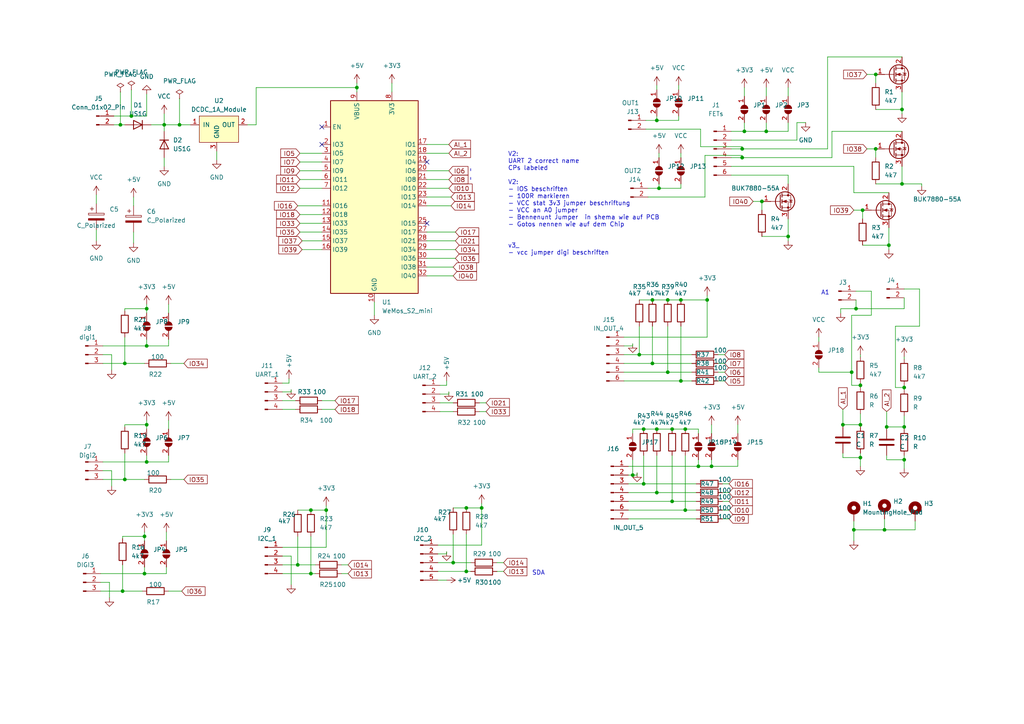
<source format=kicad_sch>
(kicad_sch (version 20250114) (generator "eeschema") (generator_version "9.0")
  (paper "A4")
  (title_block (title "Wemos S32 S2 Adapter") (date "2025-09-10") (rev "v2") (company "kipping engineering"))
  (text "V2:\nUART 2 correct name\nCPs labeled\n\nV2:\n- IOS beschriften\n- 100R markieren\n- VCC stat 3v3 jumper beschriftung\n- VCC an A0 jumper\n- Bennenunt Jumper  in shema wie auf PCB\n- Gotos nennen wie auf dem Chip\n\n\nv3_\n- vcc jumper digi beschriften\n" (at 147.32 74.168 0) (effects (font (size 1.27 1.27)) (justify left bottom)))
  (text "A1" (at 238.125 85.725 0) (effects (font (size 1.27 1.27)) (justify left bottom)))
  (text "SDA" (at 154.305 167.005 0) (effects (font (size 1.27 1.27)) (justify left bottom)))
  (junction (at 135.255 165.735))
  (junction (at 86.36 163.83))
  (junction (at 194.945 145.415))
  (junction (at 42.545 89.535))
  (junction (at 52.07 36.195))
  (junction (at 38.1 33.655))
  (junction (at 249.555 111.76))
  (junction (at 139.7 147.32))
  (junction (at 47.625 36.195))
  (junction (at 183.515 137.795))
  (junction (at 190.5 124.46))
  (junction (at 34.925 36.195))
  (junction (at 190.5 34.925))
  (junction (at 197.485 110.49))
  (junction (at 197.485 86.995))
  (junction (at 41.91 166.37))
  (junction (at 198.755 124.46))
  (junction (at 250.19 60.96))
  (junction (at 42.545 123.19))
  (junction (at 262.255 123.825))
  (junction (at 189.23 105.41))
  (junction (at 190.5 142.875))
  (junction (at 257.81 71.12))
  (junction (at 248.285 89.535))
  (junction (at 222.25 38.1))
  (junction (at 220.98 58.42))
  (junction (at 36.195 139.065))
  (junction (at 194.945 124.46))
  (junction (at 205.105 86.995))
  (junction (at 35.56 171.45))
  (junction (at 36.195 105.41))
  (junction (at 206.375 135.255))
  (junction (at 244.475 123.19))
  (junction (at 261.62 53.34))
  (junction (at 249.555 123.19))
  (junction (at 247.015 107.95))
  (junction (at 247.65 153.67))
  (junction (at 103.505 25.4))
  (junction (at 94.615 147.955))
  (junction (at 202.565 135.255))
  (junction (at 256.54 153.67))
  (junction (at 193.675 86.995))
  (junction (at 42.545 133.985))
  (junction (at 193.675 107.95))
  (junction (at 254 21.59))
  (junction (at 186.69 124.46))
  (junction (at 198.755 147.955))
  (junction (at 215.265 43.18))
  (junction (at 249.555 132.715))
  (junction (at 135.255 147.32))
  (junction (at 131.445 163.195))
  (junction (at 261.62 31.75))
  (junction (at 215.9 38.1))
  (junction (at 90.17 166.37))
  (junction (at 262.255 112.395))
  (junction (at 189.23 86.995))
  (junction (at 41.91 155.575))
  (junction (at 257.175 123.825))
  (junction (at 191.135 54.61))
  (junction (at 42.545 100.33))
  (junction (at 228.6 68.58))
  (junction (at 185.42 102.87))
  (junction (at 90.17 147.955))
  (junction (at 215.265 45.72))
  (junction (at 254 43.18))
  (junction (at 262.255 133.35))
  (junction (at 186.69 140.335))
  (no_connect (at 93.345 36.83))
  (no_connect (at 93.345 41.91))
  (no_connect (at 123.825 46.99))
  (no_connect (at 123.825 64.77))
  (wire (pts (xy 187.325 37.465) (xy 203.2 37.465)))
  (wire (pts (xy 261.62 26.67) (xy 261.62 31.75)))
  (wire (pts (xy 183.515 125.73) (xy 183.515 124.46)))
  (wire (pts (xy 33.02 36.195) (xy 34.925 36.195)))
  (wire (pts (xy 62.865 43.815) (xy 62.865 46.355)))
  (wire (pts (xy 244.475 132.715) (xy 249.555 132.715)))
  (wire (pts (xy 123.825 74.93) (xy 132.08 74.93)))
  (wire (pts (xy 187.325 34.925) (xy 190.5 34.925)))
  (wire (pts (xy 93.345 118.745) (xy 97.155 118.745)))
  (wire (pts (xy 197.485 53.34) (xy 197.485 54.61)))
  (wire (pts (xy 183.515 100.33) (xy 180.975 100.33)))
  (wire (pts (xy 240.03 16.51) (xy 261.62 16.51)))
  (wire (pts (xy 139.7 147.32) (xy 139.7 158.115)))
  (wire (pts (xy 244.475 123.19) (xy 244.475 118.745)))
  (wire (pts (xy 215.9 38.1) (xy 215.9 35.56)))
  (wire (pts (xy 36.195 89.535) (xy 42.545 89.535)))
  (wire (pts (xy 193.675 94.615) (xy 193.675 107.95)))
  (wire (pts (xy 48.895 98.425) (xy 48.895 100.33)))
  (wire (pts (xy 29.845 100.33) (xy 42.545 100.33)))
  (wire (pts (xy 190.5 124.46) (xy 194.945 124.46)))
  (wire (pts (xy 228.6 68.58) (xy 228.6 69.85)))
  (wire (pts (xy 99.06 166.37) (xy 100.965 166.37)))
  (wire (pts (xy 190.5 132.08) (xy 190.5 142.875)))
  (wire (pts (xy 130.175 114.3) (xy 127.635 114.3)))
  (wire (pts (xy 83.82 109.855) (xy 83.82 111.125)))
  (wire (pts (xy 197.485 110.49) (xy 200.66 110.49)))
  (wire (pts (xy 202.565 133.35) (xy 202.565 135.255)))
  (wire (pts (xy 249.555 111.125) (xy 249.555 111.76)))
  (wire (pts (xy 49.53 105.41) (xy 53.34 105.41)))
  (wire (pts (xy 186.69 140.335) (xy 201.93 140.335)))
  (wire (pts (xy 203.2 37.465) (xy 203.2 42.545)))
  (wire (pts (xy 36.195 97.79) (xy 36.195 105.41)))
  (wire (pts (xy 38.1 26.035) (xy 38.1 33.655)))
  (wire (pts (xy 193.675 107.95) (xy 200.66 107.95)))
  (wire (pts (xy 93.345 116.205) (xy 97.155 116.205)))
  (wire (pts (xy 86.995 49.53) (xy 93.345 49.53)))
  (wire (pts (xy 250.19 60.96) (xy 250.19 63.5)))
  (wire (pts (xy 94.615 146.685) (xy 94.615 147.955)))
  (wire (pts (xy 249.555 132.715) (xy 249.555 135.255)))
  (wire (pts (xy 127 165.735) (xy 135.255 165.735)))
  (wire (pts (xy 123.825 44.45) (xy 130.175 44.45)))
  (wire (pts (xy 209.55 147.955) (xy 211.455 147.955)))
  (wire (pts (xy 196.85 33.655) (xy 196.85 34.925)))
  (wire (pts (xy 262.255 132.08) (xy 262.255 133.35)))
  (wire (pts (xy 197.485 44.45) (xy 197.485 45.72)))
  (wire (pts (xy 244.475 131.445) (xy 244.475 132.715)))
  (wire (pts (xy 185.42 94.615) (xy 185.42 102.87)))
  (wire (pts (xy 48.26 166.37) (xy 41.91 166.37)))
  (wire (pts (xy 262.255 83.82) (xy 266.7 83.82)))
  (wire (pts (xy 48.895 88.265) (xy 48.895 90.805)))
  (wire (pts (xy 36.195 105.41) (xy 41.91 105.41)))
  (wire (pts (xy 130.81 59.69) (xy 123.825 59.69)))
  (wire (pts (xy 86.36 147.955) (xy 90.17 147.955)))
  (wire (pts (xy 182.245 142.875) (xy 190.5 142.875)))
  (wire (pts (xy 87.63 72.39) (xy 93.345 72.39)))
  (wire (pts (xy 197.485 54.61) (xy 191.135 54.61)))
  (wire (pts (xy 241.3 38.1) (xy 241.3 45.72)))
  (wire (pts (xy 254 21.59) (xy 254 24.13)))
  (wire (pts (xy 204.47 45.085) (xy 215.265 45.085)))
  (wire (pts (xy 180.975 107.95) (xy 193.675 107.95)))
  (wire (pts (xy 131.445 154.94) (xy 131.445 163.195)))
  (wire (pts (xy 29.21 166.37) (xy 41.91 166.37)))
  (wire (pts (xy 31.75 173.355) (xy 31.75 168.91)))
  (wire (pts (xy 257.81 66.04) (xy 257.81 71.12)))
  (wire (pts (xy 262.255 111.76) (xy 262.255 112.395)))
  (wire (pts (xy 131.445 147.32) (xy 135.255 147.32)))
  (wire (pts (xy 48.895 100.33) (xy 42.545 100.33)))
  (wire (pts (xy 90.17 147.955) (xy 94.615 147.955)))
  (wire (pts (xy 249.555 120.015) (xy 249.555 123.19)))
  (wire (pts (xy 247.015 111.76) (xy 249.555 111.76)))
  (wire (pts (xy 129.54 110.49) (xy 129.54 111.76)))
  (wire (pts (xy 222.25 38.1) (xy 228.6 38.1)))
  (wire (pts (xy 180.975 110.49) (xy 197.485 110.49)))
  (wire (pts (xy 123.825 67.31) (xy 132.08 67.31)))
  (wire (pts (xy 185.42 86.995) (xy 189.23 86.995)))
  (wire (pts (xy 29.845 105.41) (xy 36.195 105.41)))
  (wire (pts (xy 47.625 36.195) (xy 43.815 36.195)))
  (wire (pts (xy 205.105 97.79) (xy 180.975 97.79)))
  (wire (pts (xy 262.255 133.35) (xy 262.255 135.89)))
  (wire (pts (xy 139.065 119.38) (xy 140.97 119.38)))
  (wire (pts (xy 191.135 54.61) (xy 191.135 53.34)))
  (wire (pts (xy 251.46 43.18) (xy 254 43.18)))
  (wire (pts (xy 209.55 150.495) (xy 211.455 150.495)))
  (wire (pts (xy 215.265 45.085) (xy 215.265 45.72)))
  (wire (pts (xy 42.545 33.655) (xy 42.545 27.305)))
  (wire (pts (xy 261.62 48.26) (xy 261.62 53.34)))
  (wire (pts (xy 36.195 90.17) (xy 36.195 89.535)))
  (wire (pts (xy 247.65 48.26) (xy 247.65 55.88)))
  (wire (pts (xy 86.995 52.07) (xy 93.345 52.07)))
  (wire (pts (xy 52.07 36.195) (xy 55.245 36.195)))
  (wire (pts (xy 243.84 90.805) (xy 243.84 89.535)))
  (wire (pts (xy 86.995 67.31) (xy 93.345 67.31)))
  (wire (pts (xy 47.625 36.195) (xy 52.07 36.195)))
  (wire (pts (xy 183.515 124.46) (xy 186.69 124.46)))
  (wire (pts (xy 127.635 119.38) (xy 131.445 119.38)))
  (wire (pts (xy 86.36 59.69) (xy 93.345 59.69)))
  (wire (pts (xy 129.54 168.275) (xy 127 168.275)))
  (wire (pts (xy 202.565 135.255) (xy 182.245 135.255)))
  (wire (pts (xy 261.62 53.34) (xy 254 53.34)))
  (wire (pts (xy 35.56 155.575) (xy 41.91 155.575)))
  (wire (pts (xy 196.85 34.925) (xy 190.5 34.925)))
  (wire (pts (xy 90.17 155.575) (xy 90.17 166.37)))
  (wire (pts (xy 189.23 94.615) (xy 189.23 105.41)))
  (wire (pts (xy 228.6 68.58) (xy 220.98 68.58)))
  (wire (pts (xy 209.55 142.875) (xy 211.455 142.875)))
  (wire (pts (xy 131.445 163.195) (xy 136.525 163.195)))
  (wire (pts (xy 209.55 140.335) (xy 211.455 140.335)))
  (wire (pts (xy 32.385 107.315) (xy 32.385 102.87)))
  (wire (pts (xy 205.105 85.725) (xy 205.105 86.995)))
  (wire (pts (xy 262.255 103.505) (xy 262.255 104.14)))
  (wire (pts (xy 32.385 102.87) (xy 29.845 102.87)))
  (wire (pts (xy 41.91 155.575) (xy 41.91 156.845)))
  (wire (pts (xy 34.925 36.195) (xy 36.195 36.195)))
  (wire (pts (xy 38.735 57.15) (xy 38.735 59.69)))
  (wire (pts (xy 202.565 125.73) (xy 202.565 124.46)))
  (wire (pts (xy 222.25 35.56) (xy 222.25 38.1)))
  (wire (pts (xy 139.7 158.115) (xy 127 158.115)))
  (wire (pts (xy 71.755 36.195) (xy 74.295 36.195)))
  (wire (pts (xy 206.375 123.19) (xy 206.375 125.73)))
  (wire (pts (xy 218.44 58.42) (xy 220.98 58.42)))
  (wire (pts (xy 215.265 42.545) (xy 215.265 43.18)))
  (wire (pts (xy 191.135 44.45) (xy 191.135 45.72)))
  (wire (pts (xy 123.825 57.15) (xy 130.81 57.15)))
  (wire (pts (xy 42.545 100.33) (xy 42.545 98.425)))
  (wire (pts (xy 127.635 116.84) (xy 131.445 116.84)))
  (wire (pts (xy 182.245 145.415) (xy 194.945 145.415)))
  (wire (pts (xy 248.285 86.995) (xy 248.285 89.535)))
  (wire (pts (xy 252.73 84.455) (xy 252.73 91.44)))
  (wire (pts (xy 190.5 142.875) (xy 201.93 142.875)))
  (wire (pts (xy 84.455 169.545) (xy 84.455 161.29)))
  (wire (pts (xy 90.17 166.37) (xy 91.44 166.37)))
  (wire (pts (xy 237.49 106.68) (xy 237.49 107.95)))
  (wire (pts (xy 220.98 58.42) (xy 220.98 60.96)))
  (wire (pts (xy 182.245 140.335) (xy 186.69 140.335)))
  (wire (pts (xy 123.825 54.61) (xy 130.175 54.61)))
  (wire (pts (xy 212.09 40.64) (xy 231.14 40.64)))
  (wire (pts (xy 262.255 112.395) (xy 262.255 113.03)))
  (wire (pts (xy 252.73 91.44) (xy 247.015 91.44)))
  (wire (pts (xy 205.105 86.995) (xy 205.105 97.79)))
  (wire (pts (xy 262.255 120.65) (xy 262.255 123.825)))
  (wire (pts (xy 94.615 147.955) (xy 94.615 158.75)))
  (wire (pts (xy 183.515 133.35) (xy 183.515 137.795)))
  (wire (pts (xy 209.55 145.415) (xy 211.455 145.415)))
  (wire (pts (xy 206.375 133.35) (xy 206.375 135.255)))
  (wire (pts (xy 212.09 48.26) (xy 247.65 48.26)))
  (wire (pts (xy 99.06 163.83) (xy 100.965 163.83)))
  (wire (pts (xy 228.6 25.4) (xy 228.6 27.94)))
  (wire (pts (xy 215.9 38.1) (xy 222.25 38.1)))
  (wire (pts (xy 81.915 163.83) (xy 86.36 163.83)))
  (wire (pts (xy 103.505 25.4) (xy 103.505 26.67)))
  (wire (pts (xy 190.5 34.925) (xy 190.5 33.655)))
  (wire (pts (xy 208.28 105.41) (xy 210.185 105.41)))
  (wire (pts (xy 228.6 50.8) (xy 212.09 50.8)))
  (wire (pts (xy 35.56 156.21) (xy 35.56 155.575)))
  (wire (pts (xy 48.895 132.08) (xy 48.895 133.985)))
  (wire (pts (xy 182.245 150.495) (xy 201.93 150.495)))
  (wire (pts (xy 189.23 86.995) (xy 193.675 86.995)))
  (wire (pts (xy 247.65 151.13) (xy 247.65 153.67)))
  (wire (pts (xy 183.515 137.795) (xy 182.245 137.795)))
  (wire (pts (xy 42.545 88.265) (xy 42.545 89.535)))
  (wire (pts (xy 42.545 89.535) (xy 42.545 90.805)))
  (polyline (pts (xy 136.525 51.435) (xy 136.525 52.07)))
  (wire (pts (xy 189.23 105.41) (xy 200.66 105.41)))
  (wire (pts (xy 123.825 41.91) (xy 130.175 41.91)))
  (wire (pts (xy 83.82 111.125) (xy 81.915 111.125)))
  (wire (pts (xy 182.245 147.955) (xy 198.755 147.955)))
  (wire (pts (xy 135.255 147.32) (xy 139.7 147.32)))
  (wire (pts (xy 203.2 42.545) (xy 215.265 42.545)))
  (wire (pts (xy 190.5 24.765) (xy 190.5 26.035)))
  (wire (pts (xy 52.07 28.575) (xy 52.07 36.195)))
  (wire (pts (xy 74.295 25.4) (xy 103.505 25.4)))
  (wire (pts (xy 31.75 168.91) (xy 29.21 168.91)))
  (wire (pts (xy 144.145 165.735) (xy 146.05 165.735)))
  (wire (pts (xy 84.455 113.03) (xy 84.455 113.665)))
  (wire (pts (xy 249.555 102.87) (xy 249.555 103.505)))
  (wire (pts (xy 36.195 139.065) (xy 41.91 139.065)))
  (wire (pts (xy 244.475 123.19) (xy 249.555 123.19)))
  (wire (pts (xy 47.625 33.02) (xy 47.625 36.195)))
  (wire (pts (xy 81.915 116.205) (xy 85.725 116.205)))
  (wire (pts (xy 257.175 123.825) (xy 257.175 124.46)))
  (wire (pts (xy 35.56 171.45) (xy 41.275 171.45)))
  (wire (pts (xy 266.7 94.615) (xy 259.715 94.615)))
  (wire (pts (xy 144.145 163.195) (xy 146.05 163.195)))
  (wire (pts (xy 185.42 102.87) (xy 200.66 102.87)))
  (wire (pts (xy 261.62 31.75) (xy 254 31.75)))
  (wire (pts (xy 248.285 84.455) (xy 252.73 84.455)))
  (wire (pts (xy 213.995 123.19) (xy 213.995 125.73)))
  (wire (pts (xy 48.895 171.45) (xy 52.705 171.45)))
  (wire (pts (xy 127 163.195) (xy 131.445 163.195)))
  (wire (pts (xy 262.255 86.36) (xy 262.255 89.535)))
  (wire (pts (xy 29.845 133.985) (xy 42.545 133.985)))
  (wire (pts (xy 215.265 45.72) (xy 212.09 45.72)))
  (wire (pts (xy 240.03 43.18) (xy 240.03 16.51)))
  (wire (pts (xy 259.715 112.395) (xy 262.255 112.395)))
  (wire (pts (xy 42.545 133.985) (xy 42.545 132.08)))
  (wire (pts (xy 247.65 60.96) (xy 250.19 60.96)))
  (wire (pts (xy 247.015 91.44) (xy 247.015 107.95)))
  (wire (pts (xy 249.555 131.445) (xy 249.555 132.715)))
  (wire (pts (xy 206.375 135.255) (xy 202.565 135.255)))
  (wire (pts (xy 36.195 131.445) (xy 36.195 139.065)))
  (wire (pts (xy 33.02 33.655) (xy 38.1 33.655)))
  (wire (pts (xy 206.375 135.255) (xy 213.995 135.255)))
  (wire (pts (xy 204.47 57.15) (xy 204.47 45.085)))
  (wire (pts (xy 196.85 24.765) (xy 196.85 26.035)))
  (wire (pts (xy 237.49 107.95) (xy 247.015 107.95)))
  (wire (pts (xy 257.81 71.12) (xy 257.81 72.39)))
  (wire (pts (xy 29.21 171.45) (xy 35.56 171.45)))
  (wire (pts (xy 36.195 123.19) (xy 42.545 123.19)))
  (wire (pts (xy 123.825 52.07) (xy 130.175 52.07)))
  (wire (pts (xy 228.6 63.5) (xy 228.6 68.58)))
  (wire (pts (xy 208.28 107.95) (xy 210.185 107.95)))
  (wire (pts (xy 197.485 86.995) (xy 205.105 86.995)))
  (wire (pts (xy 267.335 53.34) (xy 261.62 53.34)))
  (wire (pts (xy 139.7 146.05) (xy 139.7 147.32)))
  (wire (pts (xy 256.54 153.67) (xy 247.65 153.67)))
  (wire (pts (xy 47.625 45.72) (xy 47.625 48.26)))
  (wire (pts (xy 180.975 105.41) (xy 189.23 105.41)))
  (wire (pts (xy 123.825 69.85) (xy 132.08 69.85)))
  (wire (pts (xy 247.65 153.67) (xy 247.65 156.845)))
  (wire (pts (xy 257.175 123.825) (xy 257.175 119.38)))
  (wire (pts (xy 129.54 111.76) (xy 127.635 111.76)))
  (wire (pts (xy 193.675 86.995) (xy 197.485 86.995)))
  (wire (pts (xy 32.385 136.525) (xy 29.845 136.525)))
  (wire (pts (xy 257.175 132.08) (xy 257.175 133.35)))
  (wire (pts (xy 139.065 116.84) (xy 140.97 116.84)))
  (wire (pts (xy 29.845 139.065) (xy 36.195 139.065)))
  (wire (pts (xy 222.25 25.4) (xy 222.25 27.94)))
  (wire (pts (xy 233.68 35.56) (xy 231.14 35.56)))
  (wire (pts (xy 86.36 163.83) (xy 91.44 163.83)))
  (wire (pts (xy 247.015 107.95) (xy 247.015 111.76)))
  (wire (pts (xy 86.995 44.45) (xy 93.345 44.45)))
  (wire (pts (xy 34.925 26.67) (xy 34.925 36.195)))
  (wire (pts (xy 180.975 102.87) (xy 185.42 102.87)))
  (wire (pts (xy 135.255 165.735) (xy 136.525 165.735)))
  (wire (pts (xy 194.945 124.46) (xy 198.755 124.46)))
  (wire (pts (xy 208.28 102.87) (xy 210.185 102.87)))
  (wire (pts (xy 228.6 53.34) (xy 228.6 50.8)))
  (wire (pts (xy 42.545 123.19) (xy 42.545 124.46)))
  (wire (pts (xy 231.14 35.56) (xy 231.14 40.64)))
  (wire (pts (xy 41.91 166.37) (xy 41.91 164.465)))
  (wire (pts (xy 262.255 123.825) (xy 262.255 124.46)))
  (wire (pts (xy 81.915 166.37) (xy 90.17 166.37)))
  (polyline (pts (xy 136.525 48.895) (xy 136.525 49.53)))
  (wire (pts (xy 130.175 113.665) (xy 130.175 114.3)))
  (wire (pts (xy 198.755 132.08) (xy 198.755 147.955)))
  (wire (pts (xy 213.995 133.35) (xy 213.995 135.255)))
  (wire (pts (xy 197.485 94.615) (xy 197.485 110.49)))
  (wire (pts (xy 74.295 36.195) (xy 74.295 25.4)))
  (wire (pts (xy 265.43 151.13) (xy 265.43 153.67)))
  (wire (pts (xy 94.615 158.75) (xy 81.915 158.75)))
  (wire (pts (xy 215.9 25.4) (xy 215.9 27.94)))
  (wire (pts (xy 186.69 124.46) (xy 190.5 124.46)))
  (wire (pts (xy 86.995 54.61) (xy 93.345 54.61)))
  (wire (pts (xy 27.94 66.675) (xy 27.94 69.85)))
  (wire (pts (xy 48.26 154.305) (xy 48.26 156.845)))
  (wire (pts (xy 81.915 118.745) (xy 85.725 118.745)))
  (wire (pts (xy 86.995 64.77) (xy 93.345 64.77)))
  (wire (pts (xy 202.565 124.46) (xy 198.755 124.46)))
  (wire (pts (xy 48.895 121.92) (xy 48.895 124.46)))
  (wire (pts (xy 249.555 123.19) (xy 249.555 123.825)))
  (wire (pts (xy 184.785 137.795) (xy 183.515 137.795)))
  (wire (pts (xy 187.96 54.61) (xy 191.135 54.61)))
  (wire (pts (xy 212.09 38.1) (xy 215.9 38.1)))
  (wire (pts (xy 113.665 24.13) (xy 113.665 26.67)))
  (wire (pts (xy 123.825 80.01) (xy 131.445 80.01)))
  (wire (pts (xy 257.81 71.12) (xy 250.19 71.12)))
  (wire (pts (xy 36.195 123.825) (xy 36.195 123.19)))
  (wire (pts (xy 41.91 154.305) (xy 41.91 155.575)))
  (wire (pts (xy 237.49 97.79) (xy 237.49 99.06)))
  (wire (pts (xy 261.62 38.1) (xy 241.3 38.1)))
  (wire (pts (xy 262.255 89.535) (xy 248.285 89.535)))
  (wire (pts (xy 135.255 154.94) (xy 135.255 165.735)))
  (wire (pts (xy 212.09 43.18) (xy 215.265 43.18)))
  (wire (pts (xy 123.825 49.53) (xy 130.175 49.53)))
  (wire (pts (xy 35.56 163.83) (xy 35.56 171.45)))
  (wire (pts (xy 198.755 147.955) (xy 201.93 147.955)))
  (wire (pts (xy 266.7 83.82) (xy 266.7 94.615)))
  (wire (pts (xy 38.735 67.31) (xy 38.735 70.485)))
  (wire (pts (xy 32.385 140.97) (xy 32.385 136.525)))
  (wire (pts (xy 183.515 99.695) (xy 183.515 100.33)))
  (wire (pts (xy 256.54 150.495) (xy 256.54 153.67)))
  (wire (pts (xy 87.63 69.85) (xy 93.345 69.85)))
  (wire (pts (xy 108.585 87.63) (xy 108.585 91.44)))
  (wire (pts (xy 249.555 111.76) (xy 249.555 112.395)))
  (wire (pts (xy 86.36 155.575) (xy 86.36 163.83)))
  (wire (pts (xy 129.54 160.655) (xy 127 160.655)))
  (wire (pts (xy 257.175 123.825) (xy 262.255 123.825)))
  (wire (pts (xy 123.825 72.39) (xy 132.08 72.39)))
  (wire (pts (xy 265.43 153.67) (xy 256.54 153.67)))
  (wire (pts (xy 38.1 33.655) (xy 42.545 33.655)))
  (wire (pts (xy 86.995 46.99) (xy 93.345 46.99)))
  (wire (pts (xy 84.455 113.665) (xy 81.915 113.665)))
  (wire (pts (xy 247.65 55.88) (xy 257.81 55.88)))
  (wire (pts (xy 257.175 133.35) (xy 262.255 133.35)))
  (wire (pts (xy 186.69 132.08) (xy 186.69 140.335)))
  (wire (pts (xy 27.94 56.515) (xy 27.94 59.055)))
  (wire (pts (xy 184.785 137.16) (xy 184.785 137.795)))
  (wire (pts (xy 194.945 132.08) (xy 194.945 145.415)))
  (wire (pts (xy 267.335 53.34) (xy 267.335 53.975)))
  (wire (pts (xy 254 43.18) (xy 254 45.72)))
  (wire (pts (xy 49.53 139.065) (xy 53.34 139.065)))
  (wire (pts (xy 243.84 89.535) (xy 248.285 89.535)))
  (wire (pts (xy 48.895 133.985) (xy 42.545 133.985)))
  (wire (pts (xy 228.6 35.56) (xy 228.6 38.1)))
  (wire (pts (xy 123.825 77.47) (xy 131.445 77.47)))
  (wire (pts (xy 194.945 145.415) (xy 201.93 145.415)))
  (wire (pts (xy 48.26 164.465) (xy 48.26 166.37)))
  (wire (pts (xy 47.625 38.1) (xy 47.625 36.195)))
  (wire (pts (xy 251.46 21.59) (xy 254 21.59)))
  (wire (pts (xy 187.96 57.15) (xy 204.47 57.15)))
  (wire (pts (xy 261.62 31.75) (xy 261.62 33.02)))
  (wire (pts (xy 215.265 43.18) (xy 240.03 43.18)))
  (wire (pts (xy 86.995 62.23) (xy 93.345 62.23)))
  (wire (pts (xy 241.3 45.72) (xy 215.265 45.72)))
  (wire (pts (xy 208.28 110.49) (xy 210.185 110.49)))
  (wire (pts (xy 84.455 161.29) (xy 81.915 161.29)))
  (wire (pts (xy 259.715 94.615) (xy 259.715 112.395)))
  (wire (pts (xy 103.505 24.13) (xy 103.505 25.4)))
  (wire (pts (xy 244.475 123.19) (xy 244.475 123.825)))
  (wire (pts (xy 42.545 121.92) (xy 42.545 123.19)))
  (wire (pts (xy 129.54 160.02) (xy 129.54 160.655)))
  (global_label "IO33" (shape input) (at 140.97 119.38 0) (property "Intersheetrefs" "${INTERSHEET_REFS}" (effects (hide yes))))
  (global_label "IO5" (shape input) (at 210.185 110.49 0) (property "Intersheetrefs" "${INTERSHEET_REFS}" (effects (hide yes))))
  (global_label "IO9" (shape input) (at 211.455 150.495 0) (property "Intersheetrefs" "${INTERSHEET_REFS}" (effects (hide yes))))
  (global_label "AI_1" (shape input) (at 130.175 41.91 0) (property "Intersheetrefs" "${INTERSHEET_REFS}" (effects (hide yes))))
  (global_label "IO35" (shape input) (at 86.995 67.31 180) (property "Intersheetrefs" "${INTERSHEET_REFS}" (effects (hide yes))))
  (global_label "AI_1" (shape input) (at 244.475 118.745 90) (property "Intersheetrefs" "${INTERSHEET_REFS}" (effects (hide yes))))
  (global_label "IO40" (shape input) (at 218.44 58.42 180) (property "Intersheetrefs" "${INTERSHEET_REFS}" (effects (hide yes))))
  (global_label "IO6" (shape input) (at 210.185 107.95 0) (property "Intersheetrefs" "${INTERSHEET_REFS}" (effects (hide yes))))
  (global_label "IO35" (shape input) (at 53.34 139.065 0) (property "Intersheetrefs" "${INTERSHEET_REFS}" (effects (hide yes))))
  (global_label "IO5" (shape input) (at 86.995 44.45 180) (property "Intersheetrefs" "${INTERSHEET_REFS}" (effects (hide yes))))
  (global_label "IO8" (shape input) (at 130.175 52.07 0) (property "Intersheetrefs" "${INTERSHEET_REFS}" (effects (hide yes))))
  (global_label "IO34" (shape input) (at 53.34 105.41 0) (property "Intersheetrefs" "${INTERSHEET_REFS}" (effects (hide yes))))
  (global_label "IO16" (shape input) (at 86.36 59.69 180) (property "Intersheetrefs" "${INTERSHEET_REFS}" (effects (hide yes))))
  (global_label "IO13" (shape input) (at 146.05 165.735 0) (property "Intersheetrefs" "${INTERSHEET_REFS}" (effects (hide yes))))
  (global_label "IO8" (shape input) (at 210.185 102.87 0) (property "Intersheetrefs" "${INTERSHEET_REFS}" (effects (hide yes))))
  (global_label "IO14" (shape input) (at 100.965 163.83 0) (property "Intersheetrefs" "${INTERSHEET_REFS}" (effects (hide yes))))
  (global_label "IO21" (shape input) (at 132.08 69.85 0) (property "Intersheetrefs" "${INTERSHEET_REFS}" (effects (hide yes))))
  (global_label "IO33" (shape input) (at 86.995 64.77 180) (property "Intersheetrefs" "${INTERSHEET_REFS}" (effects (hide yes))))
  (global_label "IO17" (shape input) (at 132.08 67.31 0) (property "Intersheetrefs" "${INTERSHEET_REFS}" (effects (hide yes))))
  (global_label "IO18" (shape input) (at 97.155 118.745 0) (property "Intersheetrefs" "${INTERSHEET_REFS}" (effects (hide yes))))
  (global_label "IO14" (shape input) (at 130.81 59.69 0) (property "Intersheetrefs" "${INTERSHEET_REFS}" (effects (hide yes))))
  (global_label "IO39" (shape input) (at 247.65 60.96 180) (property "Intersheetrefs" "${INTERSHEET_REFS}" (effects (hide yes))))
  (global_label "IO40" (shape input) (at 131.445 80.01 0) (property "Intersheetrefs" "${INTERSHEET_REFS}" (effects (hide yes))))
  (global_label "IO38" (shape input) (at 131.445 77.47 0) (property "Intersheetrefs" "${INTERSHEET_REFS}" (effects (hide yes))))
  (global_label "IO11" (shape input) (at 211.455 145.415 0) (property "Intersheetrefs" "${INTERSHEET_REFS}" (effects (hide yes))))
  (global_label "IO7" (shape input) (at 210.185 105.41 0) (property "Intersheetrefs" "${INTERSHEET_REFS}" (effects (hide yes))))
  (global_label "IO16" (shape input) (at 211.455 140.335 0) (property "Intersheetrefs" "${INTERSHEET_REFS}" (effects (hide yes))))
  (global_label "IO36" (shape input) (at 52.705 171.45 0) (property "Intersheetrefs" "${INTERSHEET_REFS}" (effects (hide yes))))
  (global_label "IO10" (shape input) (at 130.175 54.61 0) (property "Intersheetrefs" "${INTERSHEET_REFS}" (effects (hide yes))))
  (global_label "IO9" (shape input) (at 86.995 49.53 180) (property "Intersheetrefs" "${INTERSHEET_REFS}" (effects (hide yes))))
  (global_label "IO17" (shape input) (at 97.155 116.205 0) (property "Intersheetrefs" "${INTERSHEET_REFS}" (effects (hide yes))))
  (global_label "IO18" (shape input) (at 86.995 62.23 180) (property "Intersheetrefs" "${INTERSHEET_REFS}" (effects (hide yes))))
  (global_label "IO39" (shape input) (at 87.63 72.39 180) (property "Intersheetrefs" "${INTERSHEET_REFS}" (effects (hide yes))))
  (global_label "IO38" (shape input) (at 251.46 43.18 180) (property "Intersheetrefs" "${INTERSHEET_REFS}" (effects (hide yes))))
  (global_label "IO7" (shape input) (at 86.995 46.99 180) (property "Intersheetrefs" "${INTERSHEET_REFS}" (effects (hide yes))))
  (global_label "IO11" (shape input) (at 86.995 52.07 180) (property "Intersheetrefs" "${INTERSHEET_REFS}" (effects (hide yes))))
  (global_label "IO14" (shape input) (at 146.05 163.195 0) (property "Intersheetrefs" "${INTERSHEET_REFS}" (effects (hide yes))))
  (global_label "IO10" (shape input) (at 211.455 147.955 0) (property "Intersheetrefs" "${INTERSHEET_REFS}" (effects (hide yes))))
  (global_label "AI_2" (shape input) (at 257.175 119.38 90) (property "Intersheetrefs" "${INTERSHEET_REFS}" (effects (hide yes))))
  (global_label "IO37" (shape input) (at 87.63 69.85 180) (property "Intersheetrefs" "${INTERSHEET_REFS}" (effects (hide yes))))
  (global_label "AI_2" (shape input) (at 130.175 44.45 0) (property "Intersheetrefs" "${INTERSHEET_REFS}" (effects (hide yes))))
  (global_label "IO21" (shape input) (at 140.97 116.84 0) (property "Intersheetrefs" "${INTERSHEET_REFS}" (effects (hide yes))))
  (global_label "IO12" (shape input) (at 86.995 54.61 180) (property "Intersheetrefs" "${INTERSHEET_REFS}" (effects (hide yes))))
  (global_label "IO6" (shape input) (at 130.175 49.53 0) (property "Intersheetrefs" "${INTERSHEET_REFS}" (effects (hide yes))))
  (global_label "IO34" (shape input) (at 132.08 72.39 0) (property "Intersheetrefs" "${INTERSHEET_REFS}" (effects (hide yes))))
  (global_label "IO36" (shape input) (at 132.08 74.93 0) (property "Intersheetrefs" "${INTERSHEET_REFS}" (effects (hide yes))))
  (global_label "IO12" (shape input) (at 211.455 142.875 0) (property "Intersheetrefs" "${INTERSHEET_REFS}" (effects (hide yes))))
  (global_label "IO13" (shape input) (at 130.81 57.15 0) (property "Intersheetrefs" "${INTERSHEET_REFS}" (effects (hide yes))))
  (global_label "IO37" (shape input) (at 251.46 21.59 180) (property "Intersheetrefs" "${INTERSHEET_REFS}" (effects (hide yes))))
  (global_label "IO13" (shape input) (at 100.965 166.37 0) (property "Intersheetrefs" "${INTERSHEET_REFS}" (effects (hide yes))))
  (symbol (lib_id "Mechanical:MountingHole_Pad") (at 247.65 148.59 0) (unit 1)
    (property "Reference" "H1" (at 250.19 146.05 0) (effects (justify left)))
    (property "Value" "MountingHole_Pad" (at 250.19 148.59 0) (effects (justify left)))
    (property "Footprint" "MountingHole:MountingHole_3.5mm_Pad_Via" (effects (hide yes)))
  )
  (symbol (lib_id "jk_passive:R") (at 45.72 139.065 90) (unit 1)
    (property "Reference" "R20" (at 45.085 142.24 90))
    (property "Value" "100" (at 44.45 137.16 90))
    (property "Footprint" "jk_passive:R_0805_2012Metric_Pad1.20x1.40mm_HandSolder" (effects (hide yes)))
  )
  (symbol (lib_id "jk_passive:R") (at 189.23 90.805 0) (unit 1)
    (property "Reference" "R36" (at 187.325 82.55 0) (effects (justify left)))
    (property "Value" "4k7" (at 187.325 85.09 0) (effects (justify left)))
    (property "Footprint" "jk_passive:R_0805_2012Metric_Pad1.20x1.40mm_HandSolder" (effects (hide yes)))
  )
  (symbol (lib_id "jk_passive:R") (at 198.755 128.27 0) (unit 1)
    (property "Reference" "R46" (at 196.85 120.015 0) (effects (justify left)))
    (property "Value" "4k7" (at 196.85 122.555 0) (effects (justify left)))
    (property "Footprint" "jk_passive:R_0805_2012Metric_Pad1.20x1.40mm_HandSolder" (effects (hide yes)))
  )
  (symbol (lib_id "Transistor_FET:BUK7880-55A") (at 255.27 60.96 0) (unit 1)
    (property "Reference" "Q3" (effects (hide yes)))
    (property "Value" "BUK7880-55A" (at 264.795 57.785 0) (effects (justify left)))
    (property "Footprint" "Package_TO_SOT_SMD:SOT-223-3_TabPin2" (effects (hide yes)))
    (property "Datasheet" "https://assets.nexperia.com/documents/data-sheet/BUK7880-55A.pdf" (effects (hide yes)))
  )
  (symbol (lib_id "power:GND") (at 47.625 48.26 0) (unit 1)
    (property "Reference" "#PWR022" (effects (hide yes)))
    (property "Value" "GND" (at 47.625 53.34 0))
  )
  (symbol (lib_id "power:GND") (at 183.515 99.695 0) (unit 1)
    (property "Reference" "#PWR045" (effects (hide yes)))
    (property "Value" "GND" (effects (hide yes)))
  )
  (symbol (lib_id "power:PWR_FLAG") (at 52.07 28.575 0) (unit 1)
    (property "Reference" "#FLG03" (effects (hide yes)))
    (property "Value" "PWR_FLAG" (at 52.07 23.495 0))
  )
  (symbol (lib_id "power:+5V") (at 103.505 24.13 0) (unit 1)
    (property "Reference" "#PWR09" (effects (hide yes)))
    (property "Value" "+5V" (at 103.505 19.05 0))
  )
  (symbol (lib_id "power:GND") (at 267.335 53.975 0) (unit 1)
    (property "Reference" "#PWR06" (effects (hide yes)))
    (property "Value" "GND" (effects (hide yes)))
  )
  (symbol (lib_id "power:VCC") (at 47.625 33.02 0) (unit 1)
    (property "Reference" "#PWR016" (effects (hide yes)))
    (property "Value" "VCC" (at 47.625 27.94 0))
  )
  (symbol (lib_id "jk_passive:US1G") (at 40.005 36.195 180) (unit 1)
    (property "Reference" "D1" (at 40.005 30.48 0))
    (property "Value" "US1G" (at 40.005 33.02 0))
    (property "Footprint" "jk_passive:D_SMA_Handsoldering" (effects (hide yes)))
    (property "Datasheet" "https://www.diodes.com/assets/Datasheets/ds16008.pdf" (effects (hide yes)))
    (property "Sim.Device" "D" (effects (hide yes)))
    (property "Sim.Pins" "1=K 2=A" (effects (hide yes)))
  )
  (symbol (lib_id "jk_passive:R") (at 36.195 127.635 0) (unit 1)
    (property "Reference" "R19" (at 38.735 126.365 0) (effects (justify left)))
    (property "Value" "4k7" (at 38.735 128.905 0) (effects (justify left)))
    (property "Footprint" "jk_passive:R_0805_2012Metric_Pad1.20x1.40mm_HandSolder" (effects (hide yes)))
  )
  (symbol (lib_id "Jumper:SolderJumper_2_Open") (at 191.135 49.53 270) (unit 1)
    (property "Reference" "JP12" (at 193.675 48.26 90) (effects (justify left)))
    (property "Value" "5V" (effects (hide yes)))
    (property "Footprint" "jk_conn:SolderJumper-2_P1.3mm_Open_TrianglePad1.0x1.5mm" (effects (hide yes)))
  )
  (symbol (lib_id "jk_passive:R") (at 45.085 171.45 90) (unit 1)
    (property "Reference" "R17" (at 44.45 174.625 90))
    (property "Value" "100" (at 45.085 169.545 90))
    (property "Footprint" "jk_passive:R_0805_2012Metric_Pad1.20x1.40mm_HandSolder" (effects (hide yes)))
  )
  (symbol (lib_id "power:+3V3") (at 94.615 146.685 0) (unit 1)
    (property "Reference" "#PWR033" (effects (hide yes)))
    (property "Value" "+3V3" (at 94.615 141.605 0))
  )
  (symbol (lib_id "jk_passive:R") (at 249.555 127.635 0) (unit 1)
    (property "Reference" "R7" (at 252.095 126.365 0) (effects (justify left)))
    (property "Value" "R" (at 252.095 128.905 0) (effects (justify left)))
    (property "Footprint" "jk_passive:R_0805_2012Metric_Pad1.20x1.40mm_HandSolder" (effects (hide yes)))
  )
  (symbol (lib_id "jk_passive:R") (at 262.255 128.27 0) (unit 1)
    (property "Reference" "R10" (at 264.795 127 0) (effects (justify left)))
    (property "Value" "R" (at 264.795 129.54 0) (effects (justify left)))
    (property "Footprint" "jk_passive:R_0805_2012Metric_Pad1.20x1.40mm_HandSolder" (effects (hide yes)))
  )
  (symbol (lib_id "power:+3V3") (at 41.91 154.305 0) (unit 1)
    (property "Reference" "#PWR024" (effects (hide yes)))
    (property "Value" "+3V3" (at 41.91 149.225 0))
  )
  (symbol (lib_id "power:+3V3") (at 206.375 123.19 0) (unit 1)
    (property "Reference" "#PWR048" (effects (hide yes)))
    (property "Value" "+3V3" (at 206.375 118.11 0))
  )
  (symbol (lib_id "power:+5V") (at 129.54 110.49 0) (unit 1)
    (property "Reference" "#PWR039" (effects (hide yes)))
    (property "Value" "+5V" (at 129.54 105.41 90))
  )
  (symbol (lib_id "Mechanical:MountingHole_Pad") (at 256.54 147.955 0) (unit 1)
    (property "Reference" "H2" (at 259.08 145.415 0) (effects (justify left)))
    (property "Value" "MountingHole_Pad" (effects (hide yes)))
    (property "Footprint" "MountingHole:MountingHole_3.5mm_Pad_Via" (effects (hide yes)))
  )
  (symbol (lib_id "jk_passive:R") (at 197.485 90.805 0) (unit 1)
    (property "Reference" "R40" (at 195.58 82.55 0) (effects (justify left)))
    (property "Value" "4k7" (at 195.58 85.09 0) (effects (justify left)))
    (property "Footprint" "jk_passive:R_0805_2012Metric_Pad1.20x1.40mm_HandSolder" (effects (hide yes)))
  )
  (symbol (lib_id "Jumper:SolderJumper_2_Open") (at 42.545 128.27 270) (unit 1)
    (property "Reference" "JP6" (at 45.085 127 90) (effects (justify left)))
    (property "Value" "3V3" (effects (hide yes)))
    (property "Footprint" "jk_conn:SolderJumper-2_P1.3mm_Open_TrianglePad1.0x1.5mm" (effects (hide yes)))
  )
  (symbol (lib_id "Jumper:SolderJumper_2_Open") (at 190.5 29.845 270) (unit 1)
    (property "Reference" "JP10" (at 193.04 28.575 90) (effects (justify left)))
    (property "Value" "5V" (effects (hide yes)))
    (property "Footprint" "jk_conn:SolderJumper-2_P1.3mm_Open_TrianglePad1.0x1.5mm" (effects (hide yes)))
  )
  (symbol (lib_id "Mechanical:MountingHole_Pad") (at 265.43 148.59 0) (unit 1)
    (property "Reference" "H3" (at 267.97 146.05 0) (effects (justify left)))
    (property "Value" "MountingHole_Pad" (effects (hide yes)))
    (property "Footprint" "MountingHole:MountingHole_3.5mm_Pad_Via" (effects (hide yes)))
  )
  (symbol (lib_id "Jumper:SolderJumper_2_Open") (at 48.895 128.27 270) (unit 1)
    (property "Reference" "JP7" (at 51.435 127 90) (effects (justify left)))
    (property "Value" "5V" (effects (hide yes)))
    (property "Footprint" "jk_conn:SolderJumper-2_P1.3mm_Open_TrianglePad1.0x1.5mm" (effects (hide yes)))
  )
  (symbol (lib_id "power:+5V") (at 38.735 57.15 0) (unit 1)
    (property "Reference" "#PWR049" (effects (hide yes)))
    (property "Value" "+5V" (at 38.735 52.07 0))
  )
  (symbol (lib_id "power:GND") (at 257.81 72.39 0) (unit 1)
    (property "Reference" "#PWR010" (effects (hide yes)))
    (property "Value" "GND" (effects (hide yes)))
  )
  (symbol (lib_id "Jumper:SolderJumper_2_Open") (at 228.6 31.75 270) (unit 1)
    (property "Reference" "JP3" (at 231.14 30.48 90) (effects (justify left)))
    (property "Value" "VCC" (effects (hide yes)))
    (property "Footprint" "jk_conn:SolderJumper-2_P1.3mm_Open_TrianglePad1.0x1.5mm" (effects (hide yes)))
  )
  (symbol (lib_id "power:+5V") (at 191.135 44.45 0) (unit 1)
    (property "Reference" "#PWR043" (effects (hide yes)))
    (property "Value" "+5V" (at 191.135 39.37 0))
  )
  (symbol (lib_id "jk_passive:R") (at 135.255 151.13 0) (unit 1)
    (property "Reference" "R28" (at 137.795 149.86 0) (effects (justify left)))
    (property "Value" "4k7" (at 137.795 152.4 0) (effects (justify left)))
    (property "Footprint" "jk_passive:R_0805_2012Metric_Pad1.20x1.40mm_HandSolder" (effects (hide yes)))
  )
  (symbol (lib_id "jk_passive:R") (at 249.555 116.205 0) (unit 1)
    (property "Reference" "R6" (at 252.095 114.935 0) (effects (justify left)))
    (property "Value" "R" (at 252.095 117.475 0) (effects (justify left)))
    (property "Footprint" "jk_passive:R_0805_2012Metric_Pad1.20x1.40mm_HandSolder" (effects (hide yes)))
  )
  (symbol (lib_id "jk_passive:R") (at 262.255 107.95 0) (unit 1)
    (property "Reference" "R8" (at 264.795 106.68 0) (effects (justify left)))
    (property "Value" "4k7" (at 264.795 109.22 0) (effects (justify left)))
    (property "Footprint" "jk_passive:R_0805_2012Metric_Pad1.20x1.40mm_HandSolder" (effects (hide yes)))
  )
  (symbol (lib_id "Transistor_FET:BUK7880-55A") (at 226.06 58.42 0) (unit 1)
    (property "Reference" "Q4" (effects (hide yes)))
    (property "Value" "BUK7880-55A" (at 212.09 54.61 0) (effects (justify left)))
    (property "Footprint" "Package_TO_SOT_SMD:SOT-223-3_TabPin2" (effects (hide yes)))
    (property "Datasheet" "https://assets.nexperia.com/documents/data-sheet/BUK7880-55A.pdf" (effects (hide yes)))
  )
  (symbol (lib_id "Transistor_FET:BUK7880-55A") (at 259.08 21.59 0) (unit 1)
    (property "Reference" "Q1" (effects (hide yes)))
    (property "Value" "BUK7880-55A" (effects (hide yes)))
    (property "Footprint" "Package_TO_SOT_SMD:SOT-223-3_TabPin2" (effects (hide yes)))
    (property "Datasheet" "https://assets.nexperia.com/documents/data-sheet/BUK7880-55A.pdf" (effects (hide yes)))
  )
  (symbol (lib_id "jk_passive:R") (at 135.255 116.84 90) (unit 1)
    (property "Reference" "R31" (at 133.985 114.3 90))
    (property "Value" "100" (at 138.43 114.3 90))
    (property "Footprint" "jk_passive:R_0805_2012Metric_Pad1.20x1.40mm_HandSolder" (effects (hide yes)))
  )
  (symbol (lib_id "Connector:Conn_01x07_Pin") (at 177.165 142.875 0) (unit 1)
    (property "Reference" "J16" (at 177.8 130.175 0))
    (property "Value" "IN_OUT_5" (at 182.245 153.035 0))
    (property "Footprint" "jk_conn:JST_XH_B7B-XH-A_1x07_P2.50mm_Vertical" (effects (hide yes)))
  )
  (symbol (lib_id "jk_passive:C") (at 257.175 128.27 0) (unit 1)
    (property "Reference" "C2" (at 260.985 127 0) (effects (justify left)))
    (property "Value" "C" (at 260.985 129.54 0) (effects (justify left)))
    (property "Footprint" "jk_passive:C_0805_2012Metric_Pad1.18x1.45mm_HandSolder" (effects (hide yes)))
  )
  (symbol (lib_id "jk_passive:R") (at 205.74 145.415 90) (unit 1)
    (property "Reference" "R49" (at 205.105 145.415 90))
    (property "Value" "100" (at 210.185 144.145 90))
    (property "Footprint" "jk_passive:R_0805_2012Metric_Pad1.20x1.40mm_HandSolder" (effects (hide yes)))
  )
  (symbol (lib_id "power:+5V") (at 48.895 88.265 0) (unit 1)
    (property "Reference" "#PWR031" (effects (hide yes)))
    (property "Value" "+5V" (at 48.895 83.185 0))
  )
  (symbol (lib_id "Jumper:SolderJumper_2_Open") (at 196.85 29.845 270) (unit 1)
    (property "Reference" "JP11" (at 199.39 28.575 90) (effects (justify left)))
    (property "Value" "SolderJumper_2_Open" (effects (hide yes)))
    (property "Footprint" "jk_conn:SolderJumper-2_P1.3mm_Open_TrianglePad1.0x1.5mm" (effects (hide yes)))
  )
  (symbol (lib_id "Jumper:SolderJumper_2_Open") (at 42.545 94.615 270) (unit 1)
    (property "Reference" "JP8" (at 45.085 93.345 90) (effects (justify left)))
    (property "Value" "3V3" (effects (hide yes)))
    (property "Footprint" "jk_conn:SolderJumper-2_P1.3mm_Open_TrianglePad1.0x1.5mm" (effects (hide yes)))
  )
  (symbol (lib_id "Connector:Conn_01x02_Pin") (at 243.205 84.455 0) (unit 1)
    (property "Reference" "J3" (at 244.475 81.915 0))
    (property "Value" "A0" (effects (hide yes)))
    (property "Footprint" "jk_conn:JST_XH_B2B-XH-A_1x02_P2.50mm_Vertical" (effects (hide yes)))
  )
  (symbol (lib_id "jk_passive:R") (at 36.195 93.98 0) (unit 1)
    (property "Reference" "R21" (at 38.735 92.71 0) (effects (justify left)))
    (property "Value" "4k7" (at 38.735 95.25 0) (effects (justify left)))
    (property "Footprint" "jk_passive:R_0805_2012Metric_Pad1.20x1.40mm_HandSolder" (effects (hide yes)))
  )
  (symbol (lib_id "jk_passive:R") (at 140.335 165.735 90) (unit 1)
    (property "Reference" "R30" (at 139.7 168.91 90))
    (property "Value" "100" (at 143.51 168.91 90))
    (property "Footprint" "jk_passive:R_0805_2012Metric_Pad1.20x1.40mm_HandSolder" (effects (hide yes)))
  )
  (symbol (lib_id "Connector:Conn_01x03_Pin") (at 24.765 136.525 0) (unit 1)
    (property "Reference" "J7" (at 25.4 129.54 0))
    (property "Value" "Digi2" (at 25.4 132.08 0))
    (property "Footprint" "jk_conn:JST_XH_B3B-XH-A_1x03_P2.50mm_Vertical" (effects (hide yes)))
  )
  (symbol (lib_id "jk_passive:R") (at 204.47 102.87 90) (unit 1)
    (property "Reference" "R37" (at 203.835 102.87 90))
    (property "Value" "100" (at 208.915 101.6 90))
    (property "Footprint" "jk_passive:R_0805_2012Metric_Pad1.20x1.40mm_HandSolder" (effects (hide yes)))
  )
  (symbol (lib_id "power:+3V3") (at 139.7 146.05 0) (unit 1)
    (property "Reference" "#PWR035" (effects (hide yes)))
    (property "Value" "+3V3" (at 139.7 140.97 0))
  )
  (symbol (lib_id "power:GND") (at 249.555 135.255 0) (unit 1)
    (property "Reference" "#PWR012" (effects (hide yes)))
    (property "Value" "GND" (effects (hide yes)))
  )
  (symbol (lib_id "Connector:Conn_01x04_Pin") (at 76.835 161.29 0) (unit 1)
    (property "Reference" "J9" (at 77.47 153.67 0))
    (property "Value" "I2C_1" (at 77.47 156.21 0))
    (property "Footprint" "jk_conn:JST_XH_B4B-XH-A_1x04_P2.50mm_Vertical" (effects (hide yes)))
  )
  (symbol (lib_id "jk_modules:WeMos_S2_mini") (at 108.585 57.15 0) (unit 1)
    (property "Reference" "U1" (at 110.7791 87.63 0) (effects (justify left)))
    (property "Value" "WeMos_S2_mini" (at 110.7791 90.17 0) (effects (justify left)))
    (property "Footprint" "jk_modules:WEMOS_S2_mini" (effects (hide yes)))
    (property "Datasheet" "https://www.wemos.cc/en/latest/s2/s2_mini.html" (effects (hide yes)))
  )
  (symbol (lib_id "jk_passive:R") (at 45.72 105.41 90) (unit 1)
    (property "Reference" "R22" (at 45.085 108.585 90))
    (property "Value" "100" (at 45.72 103.505 90))
    (property "Footprint" "jk_passive:R_0805_2012Metric_Pad1.20x1.40mm_HandSolder" (effects (hide yes)))
  )
  (symbol (lib_id "Jumper:SolderJumper_2_Open") (at 41.91 160.655 270) (unit 1)
    (property "Reference" "JP4" (at 44.45 159.385 90) (effects (justify left)))
    (property "Value" "3V3" (effects (hide yes)))
    (property "Footprint" "jk_conn:SolderJumper-2_P1.3mm_Open_TrianglePad1.0x1.5mm" (effects (hide yes)))
  )
  (symbol (lib_id "power:GND") (at 228.6 69.85 0) (unit 1)
    (property "Reference" "#PWR011" (effects (hide yes)))
    (property "Value" "GND" (effects (hide yes)))
  )
  (symbol (lib_id "jk_passive:R") (at 254 27.94 0) (unit 1)
    (property "Reference" "R1" (at 256.54 26.67 0) (effects (justify left)))
    (property "Value" "4k7" (at 256.54 29.21 0) (effects (justify left)))
    (property "Footprint" "jk_passive:R_0805_2012Metric_Pad1.20x1.40mm_HandSolder" (effects (hide yes)))
  )
  (symbol (lib_id "Connector:Conn_01x02_Pin") (at 182.245 34.925 0) (unit 1)
    (property "Reference" "J13" (at 183.515 32.385 0))
    (property "Value" "OUT1" (at 182.88 29.845 0))
    (property "Footprint" "jk_conn:JST_XH_B2B-XH-A_1x02_P2.50mm_Vertical" (effects (hide yes)))
  )
  (symbol (lib_id "Jumper:SolderJumper_2_Open") (at 48.895 94.615 270) (unit 1)
    (property "Reference" "JP9" (at 51.435 93.345 90) (effects (justify left)))
    (property "Value" "5V" (effects (hide yes)))
    (property "Footprint" "jk_conn:SolderJumper-2_P1.3mm_Open_TrianglePad1.0x1.5mm" (effects (hide yes)))
  )
  (symbol (lib_id "jk_passive:US1G") (at 47.625 41.91 270) (unit 1)
    (property "Reference" "D2" (at 50.165 40.64 90) (effects (justify left)))
    (property "Value" "US1G" (at 50.165 43.18 90) (effects (justify left)))
    (property "Footprint" "jk_passive:D_SMA_Handsoldering" (effects (hide yes)))
    (property "Datasheet" "https://www.diodes.com/assets/Datasheets/ds16008.pdf" (effects (hide yes)))
    (property "Sim.Device" "D" (effects (hide yes)))
    (property "Sim.Pins" "1=K 2=A" (effects (hide yes)))
  )
  (symbol (lib_id "power:GND") (at 31.75 173.355 0) (unit 1)
    (property "Reference" "#PWR023" (effects (hide yes)))
    (property "Value" "GND" (effects (hide yes)))
  )
  (symbol (lib_id "power:+5V") (at 129.54 168.275 270) (unit 1)
    (property "Reference" "#PWR036" (effects (hide yes)))
    (property "Value" "+5V" (at 134.62 168.275 90))
  )
  (symbol (lib_id "Jumper:SolderJumper_2_Open") (at 215.9 31.75 270) (unit 1)
    (property "Reference" "JP1" (at 218.44 30.48 90) (effects (justify left)))
    (property "Value" "3V3" (effects (hide yes)))
    (property "Footprint" "jk_conn:SolderJumper-2_P1.3mm_Open_TrianglePad1.0x1.5mm" (effects (hide yes)))
  )
  (symbol (lib_id "jk_passive:R") (at 193.675 90.805 0) (unit 1)
    (property "Reference" "R39" (at 191.77 83.185 0) (effects (justify left)))
    (property "Value" "4k7" (at 190.5 85.09 0) (effects (justify left)))
    (property "Footprint" "jk_passive:R_0805_2012Metric_Pad1.20x1.40mm_HandSolder" (effects (hide yes)))
  )
  (symbol (lib_id "Connector:Conn_01x02_Pin") (at 27.94 33.655 0) (unit 1)
    (property "Reference" "J5" (at 28.575 28.575 0))
    (property "Value" "Conn_01x02_Pin" (at 28.575 31.115 0))
    (property "Footprint" "jk_conn:AMASS_XT30U-M_1x02_P5.0mm_Vertical" (effects (hide yes)))
  )
  (symbol (lib_id "power:+5V") (at 190.5 24.765 0) (unit 1)
    (property "Reference" "#PWR041" (effects (hide yes)))
    (property "Value" "+5V" (at 190.5 19.685 0))
  )
  (symbol (lib_id "power:GND") (at 129.54 160.02 0) (unit 1)
    (property "Reference" "#PWR034" (effects (hide yes)))
    (property "Value" "GND" (effects (hide yes)))
  )
  (symbol (lib_id "jk_passive:R") (at 205.74 140.335 90) (unit 1)
    (property "Reference" "R47" (at 205.105 140.335 90))
    (property "Value" "100" (at 210.185 139.065 90))
    (property "Footprint" "jk_passive:R_0805_2012Metric_Pad1.20x1.40mm_HandSolder" (effects (hide yes)))
  )
  (symbol (lib_id "jk_passive:R") (at 95.25 163.83 90) (unit 1)
    (property "Reference" "R24" (at 93.98 161.29 90))
    (property "Value" "100" (at 98.425 161.29 90))
    (property "Footprint" "jk_passive:R_0805_2012Metric_Pad1.20x1.40mm_HandSolder" (effects (hide yes)))
  )
  (symbol (lib_id "jk_passive:R") (at 194.945 128.27 0) (unit 1)
    (property "Reference" "R45" (at 193.04 120.65 0) (effects (justify left)))
    (property "Value" "4k7" (at 191.77 122.555 0) (effects (justify left)))
    (property "Footprint" "jk_passive:R_0805_2012Metric_Pad1.20x1.40mm_HandSolder" (effects (hide yes)))
  )
  (symbol (lib_id "power:GND") (at 233.68 35.56 0) (unit 1)
    (property "Reference" "#PWR05" (effects (hide yes)))
    (property "Value" "GND" (at 233.68 40.64 0))
  )
  (symbol (lib_id "jk_passive:R") (at 186.69 128.27 0) (unit 1)
    (property "Reference" "R43" (at 184.785 120.65 0) (effects (justify left)))
    (property "Value" "4k7" (at 183.515 122.555 0) (effects (justify left)))
    (property "Footprint" "jk_passive:R_0805_2012Metric_Pad1.20x1.40mm_HandSolder" (effects (hide yes)))
  )
  (symbol (lib_id "power:GND") (at 108.585 91.44 0) (unit 1)
    (property "Reference" "#PWR02" (effects (hide yes)))
    (property "Value" "GND" (at 108.585 96.52 0))
  )
  (symbol (lib_id "jk_passive:R") (at 140.335 163.195 90) (unit 1)
    (property "Reference" "R29" (at 139.065 160.655 90))
    (property "Value" "100" (at 143.51 160.655 90))
    (property "Footprint" "jk_passive:R_0805_2012Metric_Pad1.20x1.40mm_HandSolder" (effects (hide yes)))
  )
  (symbol (lib_id "power:GND") (at 38.735 70.485 0) (unit 1)
    (property "Reference" "#PWR053" (effects (hide yes)))
    (property "Value" "GND" (at 38.735 75.565 0))
  )
  (symbol (lib_id "jk_passive:R") (at 135.255 119.38 90) (unit 1)
    (property "Reference" "R32" (at 134.62 122.555 90))
    (property "Value" "100" (at 139.065 122.555 90))
    (property "Footprint" "jk_passive:R_0805_2012Metric_Pad1.20x1.40mm_HandSolder" (effects (hide yes)))
  )
  (symbol (lib_id "power:+5V") (at 48.895 121.92 0) (unit 1)
    (property "Reference" "#PWR028" (effects (hide yes)))
    (property "Value" "+5V" (at 48.895 116.84 0))
  )
  (symbol (lib_id "power:GND") (at 84.455 169.545 0) (unit 1)
    (property "Reference" "#PWR032" (effects (hide yes)))
    (property "Value" "GND" (effects (hide yes)))
  )
  (symbol (lib_id "jk_passive:R") (at 89.535 118.745 90) (unit 1)
    (property "Reference" "R34" (at 88.9 121.92 90))
    (property "Value" "100" (at 94.615 121.92 90))
    (property "Footprint" "jk_passive:R_0805_2012Metric_Pad1.20x1.40mm_HandSolder" (effects (hide yes)))
  )
  (symbol (lib_id "power:GND") (at 261.62 33.02 0) (unit 1)
    (property "Reference" "#PWR01" (effects (hide yes)))
    (property "Value" "GND" (effects (hide yes)))
  )
  (symbol (lib_id "power:GND") (at 32.385 140.97 0) (unit 1)
    (property "Reference" "#PWR026" (effects (hide yes)))
    (property "Value" "GND" (effects (hide yes)))
  )
  (symbol (lib_id "Jumper:SolderJumper_2_Open") (at 48.26 160.655 270) (unit 1)
    (property "Reference" "JP5" (at 50.8 159.385 90) (effects (justify left)))
    (property "Value" "5V" (effects (hide yes)))
    (property "Footprint" "jk_conn:SolderJumper-2_P1.3mm_Open_TrianglePad1.0x1.5mm" (effects (hide yes)))
  )
  (symbol (lib_id "power:PWR_FLAG") (at 38.1 26.035 0) (unit 1)
    (property "Reference" "#FLG02" (effects (hide yes)))
    (property "Value" "PWR_FLAG" (at 38.1 20.955 0))
  )
  (symbol (lib_id "power:+3V3") (at 205.105 85.725 0) (unit 1)
    (property "Reference" "#PWR046" (effects (hide yes)))
    (property "Value" "+3V3" (at 205.105 80.645 0))
  )
  (symbol (lib_id "Connector:Conn_01x06_Pin") (at 207.01 43.18 0) (unit 1)
    (property "Reference" "J1" (at 207.645 30.48 0))
    (property "Value" "FETs" (at 207.645 33.02 0))
    (property "Footprint" "jk_conn:JST_XH_B6B-XH-A_1x06_P2.50mm_Vertical" (effects (hide yes)))
  )
  (symbol (lib_id "jk_passive:R") (at 204.47 105.41 90) (unit 1)
    (property "Reference" "R38" (at 203.835 105.41 90))
    (property "Value" "100" (at 208.915 104.775 90))
    (property "Footprint" "jk_passive:R_0805_2012Metric_Pad1.20x1.40mm_HandSolder" (effects (hide yes)))
  )
  (symbol (lib_id "power:GND") (at 184.785 137.16 0) (unit 1)
    (property "Reference" "#PWR047" (effects (hide yes)))
    (property "Value" "GND" (effects (hide yes)))
  )
  (symbol (lib_id "Jumper:SolderJumper_2_Open") (at 213.995 129.54 270) (unit 1)
    (property "Reference" "JP15" (at 216.535 128.27 90) (effects (justify left)))
    (property "Value" "5V" (effects (hide yes)))
    (property "Footprint" "jk_conn:SolderJumper-2_P1.3mm_Open_TrianglePad1.0x1.5mm" (effects (hide yes)))
  )
  (symbol (lib_id "power:GND") (at 84.455 113.03 0) (unit 1)
    (property "Reference" "#PWR037" (effects (hide yes)))
    (property "Value" "GND" (effects (hide yes)))
  )
  (symbol (lib_id "power:GND") (at 243.84 90.805 0) (unit 1)
    (property "Reference" "#PWR020" (effects (hide yes)))
    (property "Value" "GND" (effects (hide yes)))
  )
  (symbol (lib_id "Device:C_Polarized") (at 38.735 63.5 0) (unit 1)
    (property "Reference" "C6" (at 42.545 61.341 0) (effects (justify left)))
    (property "Value" "C_Polarized" (at 42.545 63.881 0) (effects (justify left)))
    (property "Footprint" "Capacitor_THT:CP_Radial_D10.0mm_P3.80mm" (effects (hide yes)))
  )
  (symbol (lib_id "Transistor_FET:BUK7880-55A") (at 259.08 43.18 0) (unit 1)
    (property "Reference" "Q2" (effects (hide yes)))
    (property "Value" "BUK7880-55A" (effects (hide yes)))
    (property "Footprint" "Package_TO_SOT_SMD:SOT-223-3_TabPin2" (effects (hide yes)))
    (property "Datasheet" "https://assets.nexperia.com/documents/data-sheet/BUK7880-55A.pdf" (effects (hide yes)))
  )
  (symbol (lib_id "jk_modules:DCDC_1A_Module") (at 62.865 43.815 0) (unit 1)
    (property "Reference" "U2" (at 63.5 29.21 0))
    (property "Value" "DCDC_1A_Module" (at 63.5 31.75 0))
    (property "Footprint" "jk_modules:DCDC_1A_module_bonded" (effects (hide yes)))
  )
  (symbol (lib_id "jk_passive:R") (at 89.535 116.205 90) (unit 1)
    (property "Reference" "R33" (at 88.265 113.665 90))
    (property "Value" "100" (at 92.71 113.665 90))
    (property "Footprint" "jk_passive:R_0805_2012Metric_Pad1.20x1.40mm_HandSolder" (effects (hide yes)))
  )
  (symbol (lib_id "jk_passive:R") (at 95.25 166.37 90) (unit 1)
    (property "Reference" "R25" (at 94.615 169.545 90))
    (property "Value" "100" (at 98.425 169.545 90))
    (property "Footprint" "jk_passive:R_0805_2012Metric_Pad1.20x1.40mm_HandSolder" (effects (hide yes)))
  )
  (symbol (lib_id "Connector:Conn_01x03_Pin") (at 24.765 102.87 0) (unit 1)
    (property "Reference" "J8" (at 25.4 95.25 0))
    (property "Value" "digi1" (at 25.4 97.79 0))
    (property "Footprint" "jk_conn:JST_XH_B3B-XH-A_1x03_P2.50mm_Vertical" (effects (hide yes)))
  )
  (symbol (lib_id "Jumper:SolderJumper_2_Open") (at 197.485 49.53 270) (unit 1)
    (property "Reference" "JP13" (at 200.025 48.26 90) (effects (justify left)))
    (property "Value" "VCC" (effects (hide yes)))
    (property "Footprint" "jk_conn:SolderJumper-2_P1.3mm_Open_TrianglePad1.0x1.5mm" (effects (hide yes)))
  )
  (symbol (lib_id "jk_passive:R") (at 249.555 107.315 0) (unit 1)
    (property "Reference" "R5" (at 252.095 106.045 0) (effects (justify left)))
    (property "Value" "4k7" (at 252.095 108.585 0) (effects (justify left)))
    (property "Footprint" "jk_passive:R_0805_2012Metric_Pad1.20x1.40mm_HandSolder" (effects (hide yes)))
  )
  (symbol (lib_id "Connector:Conn_01x02_Pin") (at 182.88 54.61 0) (unit 1)
    (property "Reference" "J14" (at 184.15 52.07 0))
    (property "Value" "OUT2" (at 183.515 49.53 0))
    (property "Footprint" "jk_conn:JST_XH_B2B-XH-A_1x02_P2.50mm_Vertical" (effects (hide yes)))
  )
  (symbol (lib_id "power:VCC") (at 228.6 25.4 0) (unit 1)
    (property "Reference" "#PWR08" (effects (hide yes)))
    (property "Value" "VCC" (at 228.6 20.32 0))
  )
  (symbol (lib_id "Jumper:SolderJumper_2_Open") (at 183.515 129.54 270) (unit 1)
    (property "Reference" "JP17" (at 186.055 128.27 90) (effects (justify left)))
    (property "Value" "GND" (effects (hide yes)))
    (property "Footprint" "jk_conn:SolderJumper-2_P1.3mm_Open_TrianglePad1.0x1.5mm" (effects (hide yes)))
  )
  (symbol (lib_id "power:VCC") (at 237.49 97.79 0) (unit 1)
    (property "Reference" "#PWR018" (effects (hide yes)))
    (property "Value" "VCC" (at 237.49 92.71 0))
  )
  (symbol (lib_id "Connector:Conn_01x06_Pin") (at 175.895 102.87 0) (unit 1)
    (property "Reference" "J15" (at 176.53 92.71 0))
    (property "Value" "IN_OUT_4" (at 176.53 95.25 0))
    (property "Footprint" "jk_conn:JST_XH_B6B-XH-A_1x06_P2.50mm_Vertical" (effects (hide yes)))
  )
  (symbol (lib_id "power:+3V3") (at 113.665 24.13 0) (unit 1)
    (property "Reference" "#PWR03" (effects (hide yes)))
    (property "Value" "+3V3" (at 113.665 19.05 0))
  )
  (symbol (lib_id "power:+3V3") (at 42.545 88.265 0) (unit 1)
    (property "Reference" "#PWR030" (effects (hide yes)))
    (property "Value" "+3V3" (at 42.545 83.185 0))
  )
  (symbol (lib_id "Connector:Conn_01x04_Pin") (at 122.555 114.3 0) (unit 1)
    (property "Reference" "J12" (at 123.19 106.68 0))
    (property "Value" "UART_2" (at 123.19 109.22 0))
    (property "Footprint" "jk_conn:JST_XH_B4B-XH-A_1x04_P2.50mm_Vertical" (effects (hide yes)))
  )
  (symbol (lib_id "power:GND") (at 130.175 113.665 0) (unit 1)
    (property "Reference" "#PWR040" (effects (hide yes)))
    (property "Value" "GND" (effects (hide yes)))
  )
  (symbol (lib_id "jk_passive:C") (at 244.475 127.635 0) (unit 1)
    (property "Reference" "C1" (at 248.285 126.365 0) (effects (justify left)))
    (property "Value" "C" (at 248.285 128.905 0) (effects (justify left)))
    (property "Footprint" "jk_passive:C_0805_2012Metric_Pad1.18x1.45mm_HandSolder" (effects (hide yes)))
  )
  (symbol (lib_id "power:GND") (at 247.65 156.845 0) (unit 1)
    (property "Reference" "#PWR017" (effects (hide yes)))
    (property "Value" "GND" (effects (hide yes)))
  )
  (symbol (lib_id "power:+3V3") (at 215.9 25.4 0) (unit 1)
    (property "Reference" "#PWR04" (effects (hide yes)))
    (property "Value" "+3V3" (at 215.9 20.32 0))
  )
  (symbol (lib_id "Jumper:SolderJumper_2_Open") (at 237.49 102.87 270) (unit 1)
    (property "Reference" "JP18" (at 240.03 101.6 90) (effects (justify left)))
    (property "Value" "VCC" (effects (hide yes)))
    (property "Footprint" "jk_conn:SolderJumper-2_P1.3mm_Open_TrianglePad1.0x1.5mm" (effects (hide yes)))
  )
  (symbol (lib_id "jk_passive:R") (at 204.47 107.95 90) (unit 1)
    (property "Reference" "R41" (at 203.835 107.95 90))
    (property "Value" "100" (at 208.915 106.68 90))
    (property "Footprint" "jk_passive:R_0805_2012Metric_Pad1.20x1.40mm_HandSolder" (effects (hide yes)))
  )
  (symbol (lib_id "Connector:Conn_01x02_Pin") (at 257.175 83.82 0) (unit 1)
    (property "Reference" "J4" (at 258.445 81.28 0))
    (property "Value" "A1" (effects (hide yes)))
    (property "Footprint" "jk_conn:JST_XH_B2B-XH-A_1x02_P2.50mm_Vertical" (effects (hide yes)))
  )
  (symbol (lib_id "power:PWR_FLAG") (at 34.925 26.67 0) (unit 1)
    (property "Reference" "#FLG01" (effects (hide yes)))
    (property "Value" "PWR_FLAG" (at 34.925 21.59 0))
  )
  (symbol (lib_id "Jumper:SolderJumper_2_Open") (at 222.25 31.75 270) (unit 1)
    (property "Reference" "JP2" (at 224.79 30.48 90) (effects (justify left)))
    (property "Value" "5V" (effects (hide yes)))
    (property "Footprint" "jk_conn:SolderJumper-2_P1.3mm_Open_TrianglePad1.0x1.5mm" (effects (hide yes)))
  )
  (symbol (lib_id "jk_passive:R") (at 254 49.53 0) (unit 1)
    (property "Reference" "R2" (at 256.54 48.26 0) (effects (justify left)))
    (property "Value" "4k7" (at 256.54 50.8 0) (effects (justify left)))
    (property "Footprint" "jk_passive:R_0805_2012Metric_Pad1.20x1.40mm_HandSolder" (effects (hide yes)))
  )
  (symbol (lib_id "jk_passive:R") (at 131.445 151.13 0) (unit 1)
    (property "Reference" "R27" (at 127 148.59 0) (effects (justify left)))
    (property "Value" "4k7" (at 125.73 150.495 0) (effects (justify left)))
    (property "Footprint" "jk_passive:R_0805_2012Metric_Pad1.20x1.40mm_HandSolder" (effects (hide yes)))
  )
  (symbol (lib_id "power:+5V") (at 213.995 123.19 0) (unit 1)
    (property "Reference" "#PWR050" (effects (hide yes)))
    (property "Value" "+5V" (at 213.995 118.11 0))
  )
  (symbol (lib_id "jk_passive:R") (at 205.74 147.955 90) (unit 1)
    (property "Reference" "R50" (at 205.105 147.955 90))
    (property "Value" "100" (at 210.185 147.32 90))
    (property "Footprint" "jk_passive:R_0805_2012Metric_Pad1.20x1.40mm_HandSolder" (effects (hide yes)))
  )
  (symbol (lib_id "jk_passive:R") (at 205.74 142.875 90) (unit 1)
    (property "Reference" "R48" (at 205.105 142.875 90))
    (property "Value" "100" (at 210.185 142.24 90))
    (property "Footprint" "jk_passive:R_0805_2012Metric_Pad1.20x1.40mm_HandSolder" (effects (hide yes)))
  )
  (symbol (lib_id "jk_passive:R") (at 185.42 90.805 0) (unit 1)
    (property "Reference" "R35" (at 183.515 83.185 0) (effects (justify left)))
    (property "Value" "4k7" (at 182.245 85.09 0) (effects (justify left)))
    (property "Footprint" "jk_passive:R_0805_2012Metric_Pad1.20x1.40mm_HandSolder" (effects (hide yes)))
  )
  (symbol (lib_id "power:+5V") (at 48.26 154.305 0) (unit 1)
    (property "Reference" "#PWR025" (effects (hide yes)))
    (property "Value" "+5V" (at 48.26 149.225 0))
  )
  (symbol (lib_id "power:GND") (at 42.545 27.305 180) (unit 1)
    (property "Reference" "#PWR021" (effects (hide yes)))
    (property "Value" "GND" (at 42.545 22.225 0))
  )
  (symbol (lib_id "jk_passive:R") (at 35.56 160.02 0) (unit 1)
    (property "Reference" "R18" (at 38.1 158.75 0) (effects (justify left)))
    (property "Value" "4k7" (at 38.1 161.29 0) (effects (justify left)))
    (property "Footprint" "jk_passive:R_0805_2012Metric_Pad1.20x1.40mm_HandSolder" (effects (hide yes)))
  )
  (symbol (lib_id "power:GND") (at 27.94 69.85 0) (unit 1)
    (property "Reference" "#PWR052" (effects (hide yes)))
    (property "Value" "GND" (at 27.94 74.93 0))
  )
  (symbol (lib_id "Jumper:SolderJumper_2_Open") (at 206.375 129.54 270) (unit 1)
    (property "Reference" "JP14" (at 208.915 128.27 90) (effects (justify left)))
    (property "Value" "3V3" (effects (hide yes)))
    (property "Footprint" "jk_conn:SolderJumper-2_P1.3mm_Open_TrianglePad1.0x1.5mm" (effects (hide yes)))
  )
  (symbol (lib_id "Connector:Conn_01x04_Pin") (at 76.835 113.665 0) (unit 1)
    (property "Reference" "J11" (at 77.47 106.045 0))
    (property "Value" "UART_1" (at 77.47 108.585 0))
    (property "Footprint" "jk_conn:JST_XH_B4B-XH-A_1x04_P2.50mm_Vertical" (effects (hide yes)))
  )
  (symbol (lib_id "power:VCC") (at 197.485 44.45 0) (unit 1)
    (property "Reference" "#PWR044" (effects (hide yes)))
    (property "Value" "VCC" (at 197.485 39.37 0))
  )
  (symbol (lib_id "power:+5V") (at 222.25 25.4 0) (unit 1)
    (property "Reference" "#PWR07" (effects (hide yes)))
    (property "Value" "+5V" (at 222.25 20.32 0))
  )
  (symbol (lib_id "jk_passive:R") (at 262.255 116.84 0) (unit 1)
    (property "Reference" "R9" (at 264.795 115.57 0) (effects (justify left)))
    (property "Value" "R" (at 264.795 118.11 0) (effects (justify left)))
    (property "Footprint" "jk_passive:R_0805_2012Metric_Pad1.20x1.40mm_HandSolder" (effects (hide yes)))
  )
  (symbol (lib_id "Connector:Conn_01x03_Pin") (at 24.13 168.91 0) (unit 1)
    (property "Reference" "J6" (at 24.765 161.29 0))
    (property "Value" "DIGI3" (at 24.765 163.83 0))
    (property "Footprint" "jk_conn:JST_XH_B3B-XH-A_1x03_P2.50mm_Vertical" (effects (hide yes)))
  )
  (symbol (lib_id "Jumper:SolderJumper_2_Open") (at 202.565 129.54 270) (unit 1)
    (property "Reference" "JP16" (at 205.105 128.27 90) (effects (justify left)))
    (property "Value" "SolderJumper_2_Open" (effects (hide yes)))
    (property "Footprint" "jk_conn:SolderJumper-2_P1.3mm_Open_TrianglePad1.0x1.5mm" (effects (hide yes)))
  )
  (symbol (lib_id "Device:C_Polarized") (at 27.94 62.865 0) (unit 1)
    (property "Reference" "C5" (at 31.75 60.706 0) (effects (justify left)))
    (property "Value" "C_Polarized" (at 22.225 65.405 0) (effects (justify left)))
    (property "Footprint" "Capacitor_THT:CP_Radial_D10.0mm_P3.80mm" (effects (hide yes)))
  )
  (symbol (lib_id "jk_passive:R") (at 204.47 110.49 90) (unit 1)
    (property "Reference" "R42" (at 203.835 110.49 90))
    (property "Value" "100" (at 208.915 109.855 90))
    (property "Footprint" "jk_passive:R_0805_2012Metric_Pad1.20x1.40mm_HandSolder" (effects (hide yes)))
  )
  (symbol (lib_id "jk_passive:R") (at 250.19 67.31 0) (unit 1)
    (property "Reference" "R3" (at 252.73 66.04 0) (effects (justify left)))
    (property "Value" "4k7" (at 252.73 68.58 0) (effects (justify left)))
    (property "Footprint" "jk_passive:R_0805_2012Metric_Pad1.20x1.40mm_HandSolder" (effects (hide yes)))
  )
  (symbol (lib_id "jk_passive:R") (at 190.5 128.27 0) (unit 1)
    (property "Reference" "R44" (at 188.595 120.015 0) (effects (justify left)))
    (property "Value" "4k7" (at 188.595 122.555 0) (effects (justify left)))
    (property "Footprint" "jk_passive:R_0805_2012Metric_Pad1.20x1.40mm_HandSolder" (effects (hide yes)))
  )
  (symbol (lib_id "jk_passive:R") (at 86.36 151.765 0) (unit 1)
    (property "Reference" "R26" (at 81.915 149.225 0) (effects (justify left)))
    (property "Value" "4k7" (at 80.645 151.13 0) (effects (justify left)))
    (property "Footprint" "jk_passive:R_0805_2012Metric_Pad1.20x1.40mm_HandSolder" (effects (hide yes)))
  )
  (symbol (lib_id "power:GND") (at 32.385 107.315 0) (unit 1)
    (property "Reference" "#PWR029" (effects (hide yes)))
    (property "Value" "GND" (effects (hide yes)))
  )
  (symbol (lib_id "jk_passive:R") (at 220.98 64.77 0) (unit 1)
    (property "Reference" "R4" (at 223.52 63.5 0) (effects (justify left)))
    (property "Value" "4k7" (at 223.52 66.04 0) (effects (justify left)))
    (property "Footprint" "jk_passive:R_0805_2012Metric_Pad1.20x1.40mm_HandSolder" (effects (hide yes)))
  )
  (symbol (lib_id "power:VCC") (at 196.85 24.765 0) (unit 1)
    (property "Reference" "#PWR042" (effects (hide yes)))
    (property "Value" "VCC" (at 196.85 19.685 0))
  )
  (symbol (lib_id "Connector:Conn_01x05_Pin") (at 121.92 163.195 0) (unit 1)
    (property "Reference" "J10" (at 122.555 153.67 0))
    (property "Value" "I2C_2" (at 122.555 156.21 0))
    (property "Footprint" "jk_conn:JST_XH_B5B-XH-A_1x05_P2.50mm_Vertical" (effects (hide yes)))
  )
  (symbol (lib_id "power:+3V3") (at 262.255 103.505 0) (unit 1)
    (property "Reference" "#PWR014" (effects (hide yes)))
    (property "Value" "+3V3" (at 262.255 98.425 0))
  )
  (symbol (lib_id "power:GND") (at 262.255 135.89 0) (unit 1)
    (property "Reference" "#PWR015" (effects (hide yes)))
    (property "Value" "GND" (effects (hide yes)))
  )
  (symbol (lib_id "jk_passive:R") (at 205.74 150.495 90) (unit 1)
    (property "Reference" "R51" (at 205.105 150.495 90))
    (property "Value" "100" (at 210.185 149.86 90))
    (property "Footprint" "jk_passive:R_0805_2012Metric_Pad1.20x1.40mm_HandSolder" (effects (hide yes)))
  )
  (symbol (lib_id "jk_passive:R") (at 90.17 151.765 0) (unit 1)
    (property "Reference" "R23" (at 92.71 150.495 0) (effects (justify left)))
    (property "Value" "4k7" (at 92.71 153.035 0) (effects (justify left)))
    (property "Footprint" "jk_passive:R_0805_2012Metric_Pad1.20x1.40mm_HandSolder" (effects (hide yes)))
  )
  (symbol (lib_id "power:+3V3") (at 249.555 102.87 0) (unit 1)
    (property "Reference" "#PWR013" (effects (hide yes)))
    (property "Value" "+3V3" (at 249.555 97.79 0))
  )
  (symbol (lib_id "power:VCC") (at 27.94 56.515 0) (unit 1)
    (property "Reference" "#PWR051" (effects (hide yes)))
    (property "Value" "VCC" (at 27.94 51.435 0))
  )
  (symbol (lib_id "power:+3V3") (at 42.545 121.92 0) (unit 1)
    (property "Reference" "#PWR027" (effects (hide yes)))
    (property "Value" "+3V3" (at 42.545 116.84 0))
  )
  (symbol (lib_id "power:GND") (at 62.865 46.355 0) (unit 1)
    (property "Reference" "#PWR054" (effects (hide yes)))
    (property "Value" "GND" (at 62.865 51.435 0))
  )
  (symbol (lib_id "power:+5V") (at 83.82 109.855 0) (unit 1)
    (property "Reference" "#PWR038" (effects (hide yes)))
    (property "Value" "+5V" (at 83.82 104.775 90))
  )
)
</source>
